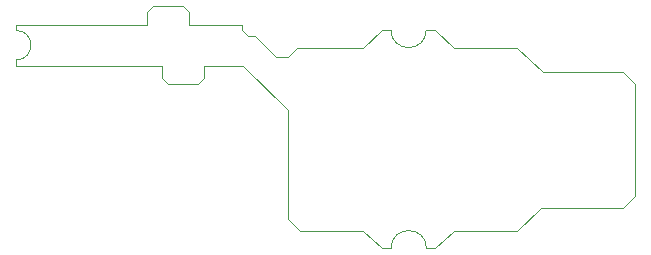
<source format=gm1>
%TF.GenerationSoftware,KiCad,Pcbnew,(6.0.1)*%
%TF.CreationDate,2022-03-09T13:14:17-07:00*%
%TF.ProjectId,MShaw_4gbNandExtensionQSB_V2.6,4d536861-775f-4346-9762-4e616e644578,rev?*%
%TF.SameCoordinates,Original*%
%TF.FileFunction,Profile,NP*%
%FSLAX46Y46*%
G04 Gerber Fmt 4.6, Leading zero omitted, Abs format (unit mm)*
G04 Created by KiCad (PCBNEW (6.0.1)) date 2022-03-09 13:14:17*
%MOMM*%
%LPD*%
G01*
G04 APERTURE LIST*
%TA.AperFunction,Profile*%
%ADD10C,0.100000*%
%TD*%
G04 APERTURE END LIST*
D10*
X142110000Y-96550000D02*
X142760000Y-96550000D01*
X141610000Y-95550000D02*
X141610000Y-96050000D01*
X154240000Y-96000000D02*
X153490000Y-96000000D01*
X145510000Y-112000000D02*
X145510000Y-102800000D01*
X151890000Y-113000000D02*
X153500000Y-114500000D01*
X146510000Y-113000000D02*
X151890000Y-113000000D01*
X145510000Y-98300000D02*
X145760000Y-98050000D01*
X144510000Y-98300000D02*
X145510000Y-98300000D01*
X173910000Y-99550000D02*
X174910000Y-100550000D01*
X159600000Y-97500000D02*
X157990000Y-96000000D01*
X159610000Y-113000000D02*
X164950000Y-113000000D01*
X151880000Y-97500000D02*
X146310000Y-97500000D01*
X167150000Y-99550000D02*
X173910000Y-99550000D01*
X138425000Y-100100000D02*
X137925000Y-100600000D01*
X158000000Y-114500000D02*
X159610000Y-113000000D01*
X172410000Y-111050000D02*
X173910000Y-111050000D01*
X134100000Y-94000000D02*
X136650000Y-94000000D01*
X145510000Y-112000000D02*
X146510000Y-113000000D01*
X137925000Y-100600000D02*
X135375000Y-100600000D01*
X137150000Y-94500000D02*
X137150000Y-95550000D01*
X153500000Y-114500000D02*
X154250000Y-114500000D01*
X133600000Y-94500000D02*
X134100000Y-94000000D01*
X153490000Y-96000000D02*
X151880000Y-97500000D01*
X134875000Y-100100000D02*
X135375000Y-100600000D01*
X159600000Y-97500000D02*
X164950000Y-97500000D01*
X137150000Y-94500000D02*
X136650000Y-94000000D01*
X142760000Y-96550000D02*
X144510000Y-98300000D01*
X134875000Y-100100000D02*
X134875000Y-99050000D01*
X167150000Y-99550000D02*
X164950000Y-97500000D01*
X141760000Y-99050000D02*
X145510000Y-102800000D01*
X137150000Y-95550000D02*
X141610000Y-95550000D01*
X154240000Y-96000000D02*
G75*
G03*
X157240000Y-96000000I1500000J0D01*
G01*
X145760000Y-98050000D02*
X146310000Y-97500000D01*
X141610000Y-96050000D02*
X142110000Y-96550000D01*
X138425000Y-99050000D02*
X141760000Y-99050000D01*
X166950000Y-111050000D02*
X172410000Y-111050000D01*
X138425000Y-99050000D02*
X138425000Y-100100000D01*
X164950000Y-113000000D02*
X166950000Y-111050000D01*
X122510000Y-95550000D02*
X133600000Y-95550000D01*
X122510000Y-98550000D02*
G75*
G03*
X122510000Y-96050000I0J1250000D01*
G01*
X133600000Y-95550000D02*
X133600000Y-94500000D01*
X174910000Y-100550000D02*
X174910000Y-110050000D01*
X173910000Y-111050000D02*
X174910000Y-110050000D01*
X157240000Y-96000000D02*
X157990000Y-96000000D01*
X122510000Y-96050000D02*
X122510000Y-95550000D01*
X157250000Y-114500000D02*
G75*
G03*
X154250000Y-114500000I-1500000J0D01*
G01*
X157250000Y-114500000D02*
X158000000Y-114500000D01*
X122510000Y-99050000D02*
X134875000Y-99050000D01*
X122510000Y-98550000D02*
X122510000Y-99050000D01*
M02*

</source>
